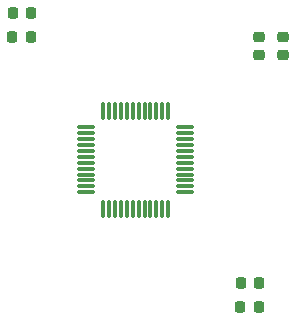
<source format=gbr>
%TF.GenerationSoftware,KiCad,Pcbnew,7.0.8*%
%TF.CreationDate,2024-01-12T13:09:39+01:00*%
%TF.ProjectId,adapter_STM32,61646170-7465-4725-9f53-544d33322e6b,rev?*%
%TF.SameCoordinates,Original*%
%TF.FileFunction,Paste,Top*%
%TF.FilePolarity,Positive*%
%FSLAX46Y46*%
G04 Gerber Fmt 4.6, Leading zero omitted, Abs format (unit mm)*
G04 Created by KiCad (PCBNEW 7.0.8) date 2024-01-12 13:09:39*
%MOMM*%
%LPD*%
G01*
G04 APERTURE LIST*
G04 Aperture macros list*
%AMRoundRect*
0 Rectangle with rounded corners*
0 $1 Rounding radius*
0 $2 $3 $4 $5 $6 $7 $8 $9 X,Y pos of 4 corners*
0 Add a 4 corners polygon primitive as box body*
4,1,4,$2,$3,$4,$5,$6,$7,$8,$9,$2,$3,0*
0 Add four circle primitives for the rounded corners*
1,1,$1+$1,$2,$3*
1,1,$1+$1,$4,$5*
1,1,$1+$1,$6,$7*
1,1,$1+$1,$8,$9*
0 Add four rect primitives between the rounded corners*
20,1,$1+$1,$2,$3,$4,$5,0*
20,1,$1+$1,$4,$5,$6,$7,0*
20,1,$1+$1,$6,$7,$8,$9,0*
20,1,$1+$1,$8,$9,$2,$3,0*%
G04 Aperture macros list end*
%ADD10RoundRect,0.225000X-0.225000X-0.250000X0.225000X-0.250000X0.225000X0.250000X-0.225000X0.250000X0*%
%ADD11RoundRect,0.225000X-0.250000X0.225000X-0.250000X-0.225000X0.250000X-0.225000X0.250000X0.225000X0*%
%ADD12RoundRect,0.075000X-0.662500X-0.075000X0.662500X-0.075000X0.662500X0.075000X-0.662500X0.075000X0*%
%ADD13RoundRect,0.075000X-0.075000X-0.662500X0.075000X-0.662500X0.075000X0.662500X-0.075000X0.662500X0*%
G04 APERTURE END LIST*
D10*
%TO.C,C6*%
X86093000Y-45974000D03*
X87643000Y-45974000D03*
%TD*%
%TO.C,C8*%
X86080000Y-48006000D03*
X87630000Y-48006000D03*
%TD*%
%TO.C,C5*%
X105384000Y-70866000D03*
X106934000Y-70866000D03*
%TD*%
D11*
%TO.C,C4*%
X108966000Y-48006000D03*
X108966000Y-49556000D03*
%TD*%
D10*
%TO.C,C2*%
X105397000Y-68834000D03*
X106947000Y-68834000D03*
%TD*%
D11*
%TO.C,C9*%
X106934000Y-47993000D03*
X106934000Y-49543000D03*
%TD*%
D12*
%TO.C,U1*%
X92357500Y-55670000D03*
X92357500Y-56170000D03*
X92357500Y-56670000D03*
X92357500Y-57170000D03*
X92357500Y-57670000D03*
X92357500Y-58170000D03*
X92357500Y-58670000D03*
X92357500Y-59170000D03*
X92357500Y-59670000D03*
X92357500Y-60170000D03*
X92357500Y-60670000D03*
X92357500Y-61170000D03*
D13*
X93770000Y-62582500D03*
X94270000Y-62582500D03*
X94770000Y-62582500D03*
X95270000Y-62582500D03*
X95770000Y-62582500D03*
X96270000Y-62582500D03*
X96770000Y-62582500D03*
X97270000Y-62582500D03*
X97770000Y-62582500D03*
X98270000Y-62582500D03*
X98770000Y-62582500D03*
X99270000Y-62582500D03*
D12*
X100682500Y-61170000D03*
X100682500Y-60670000D03*
X100682500Y-60170000D03*
X100682500Y-59670000D03*
X100682500Y-59170000D03*
X100682500Y-58670000D03*
X100682500Y-58170000D03*
X100682500Y-57670000D03*
X100682500Y-57170000D03*
X100682500Y-56670000D03*
X100682500Y-56170000D03*
X100682500Y-55670000D03*
D13*
X99270000Y-54257500D03*
X98770000Y-54257500D03*
X98270000Y-54257500D03*
X97770000Y-54257500D03*
X97270000Y-54257500D03*
X96770000Y-54257500D03*
X96270000Y-54257500D03*
X95770000Y-54257500D03*
X95270000Y-54257500D03*
X94770000Y-54257500D03*
X94270000Y-54257500D03*
X93770000Y-54257500D03*
%TD*%
M02*

</source>
